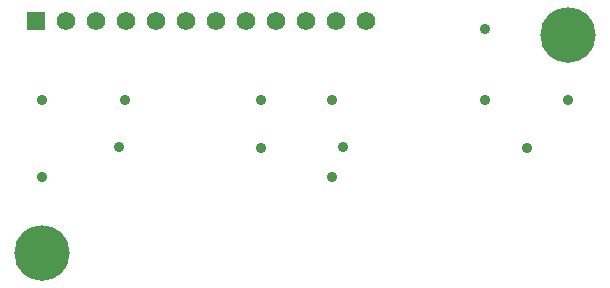
<source format=gbr>
%TF.GenerationSoftware,Altium Limited,Altium Designer,25.4.2 (15)*%
G04 Layer_Color=16711935*
%FSLAX45Y45*%
%MOMM*%
%TF.SameCoordinates,CEA3B553-39D9-45E3-89D3-1F66C04990E3*%
%TF.FilePolarity,Negative*%
%TF.FileFunction,Soldermask,Bot*%
%TF.Part,Single*%
G01*
G75*
%TA.AperFunction,ViaPad*%
%ADD22C,4.70000*%
%TA.AperFunction,ComponentPad*%
%ADD23R,1.57000X1.57000*%
%ADD24C,1.57000*%
%TA.AperFunction,ViaPad*%
%ADD25C,0.90000*%
D22*
X11800000Y4300000D02*
D03*
X16250000Y6150000D02*
D03*
D23*
X11750000Y6270000D02*
D03*
D24*
X12004000D02*
D03*
X12258000D02*
D03*
X12512000D02*
D03*
X12766000D02*
D03*
X13020000D02*
D03*
X13274001D02*
D03*
X13528000D02*
D03*
X13782001D02*
D03*
X14036000D02*
D03*
X14289999D02*
D03*
X14544000D02*
D03*
D25*
X14250000Y5600000D02*
D03*
X13650000D02*
D03*
X15550000D02*
D03*
Y6200000D02*
D03*
X14250000Y4950000D02*
D03*
X16250000Y5600000D02*
D03*
X12500000D02*
D03*
X11800000D02*
D03*
Y4950000D02*
D03*
X12450000Y5200000D02*
D03*
X14350000D02*
D03*
X15900000Y5190000D02*
D03*
X13650000D02*
D03*
%TF.MD5,bc6c5718a5cf329eed10b1ece254001c*%
M02*

</source>
